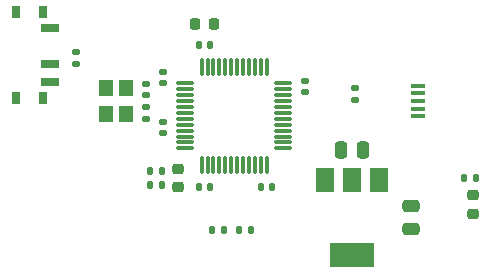
<source format=gbr>
%TF.GenerationSoftware,KiCad,Pcbnew,(6.0.8)*%
%TF.CreationDate,2022-10-24T22:06:31+02:00*%
%TF.ProjectId,stm32,73746d33-322e-46b6-9963-61645f706362,rev?*%
%TF.SameCoordinates,Original*%
%TF.FileFunction,Paste,Top*%
%TF.FilePolarity,Positive*%
%FSLAX46Y46*%
G04 Gerber Fmt 4.6, Leading zero omitted, Abs format (unit mm)*
G04 Created by KiCad (PCBNEW (6.0.8)) date 2022-10-24 22:06:31*
%MOMM*%
%LPD*%
G01*
G04 APERTURE LIST*
G04 Aperture macros list*
%AMRoundRect*
0 Rectangle with rounded corners*
0 $1 Rounding radius*
0 $2 $3 $4 $5 $6 $7 $8 $9 X,Y pos of 4 corners*
0 Add a 4 corners polygon primitive as box body*
4,1,4,$2,$3,$4,$5,$6,$7,$8,$9,$2,$3,0*
0 Add four circle primitives for the rounded corners*
1,1,$1+$1,$2,$3*
1,1,$1+$1,$4,$5*
1,1,$1+$1,$6,$7*
1,1,$1+$1,$8,$9*
0 Add four rect primitives between the rounded corners*
20,1,$1+$1,$2,$3,$4,$5,0*
20,1,$1+$1,$4,$5,$6,$7,0*
20,1,$1+$1,$6,$7,$8,$9,0*
20,1,$1+$1,$8,$9,$2,$3,0*%
G04 Aperture macros list end*
%ADD10RoundRect,0.140000X-0.170000X0.140000X-0.170000X-0.140000X0.170000X-0.140000X0.170000X0.140000X0*%
%ADD11R,0.800000X1.000000*%
%ADD12R,1.500000X0.700000*%
%ADD13RoundRect,0.140000X0.170000X-0.140000X0.170000X0.140000X-0.170000X0.140000X-0.170000X-0.140000X0*%
%ADD14RoundRect,0.250000X0.475000X-0.250000X0.475000X0.250000X-0.475000X0.250000X-0.475000X-0.250000X0*%
%ADD15RoundRect,0.140000X0.140000X0.170000X-0.140000X0.170000X-0.140000X-0.170000X0.140000X-0.170000X0*%
%ADD16R,1.300000X0.450000*%
%ADD17R,1.200000X1.400000*%
%ADD18RoundRect,0.225000X-0.225000X-0.250000X0.225000X-0.250000X0.225000X0.250000X-0.225000X0.250000X0*%
%ADD19RoundRect,0.140000X-0.140000X-0.170000X0.140000X-0.170000X0.140000X0.170000X-0.140000X0.170000X0*%
%ADD20RoundRect,0.135000X-0.185000X0.135000X-0.185000X-0.135000X0.185000X-0.135000X0.185000X0.135000X0*%
%ADD21RoundRect,0.218750X0.256250X-0.218750X0.256250X0.218750X-0.256250X0.218750X-0.256250X-0.218750X0*%
%ADD22RoundRect,0.075000X-0.075000X-0.662500X0.075000X-0.662500X0.075000X0.662500X-0.075000X0.662500X0*%
%ADD23RoundRect,0.075000X-0.662500X-0.075000X0.662500X-0.075000X0.662500X0.075000X-0.662500X0.075000X0*%
%ADD24RoundRect,0.135000X0.135000X0.185000X-0.135000X0.185000X-0.135000X-0.185000X0.135000X-0.185000X0*%
%ADD25RoundRect,0.135000X-0.135000X-0.185000X0.135000X-0.185000X0.135000X0.185000X-0.135000X0.185000X0*%
%ADD26RoundRect,0.218750X-0.256250X0.218750X-0.256250X-0.218750X0.256250X-0.218750X0.256250X0.218750X0*%
%ADD27R,1.500000X2.000000*%
%ADD28R,3.800000X2.000000*%
%ADD29RoundRect,0.250000X-0.250000X-0.475000X0.250000X-0.475000X0.250000X0.475000X-0.250000X0.475000X0*%
G04 APERTURE END LIST*
D10*
%TO.C,C6*%
X153700000Y-94430000D03*
X153700000Y-93470000D03*
%TD*%
D11*
%TO.C,SW1*%
X131480000Y-87650000D03*
X129270000Y-94950000D03*
X129270000Y-87650000D03*
X131480000Y-94950000D03*
D12*
X132130000Y-89050000D03*
X132130000Y-92050000D03*
X132130000Y-93550000D03*
%TD*%
D13*
%TO.C,C8*%
X141700000Y-97930000D03*
X141700000Y-96970000D03*
%TD*%
%TO.C,C4*%
X141700000Y-93680000D03*
X141700000Y-92720000D03*
%TD*%
D14*
%TO.C,C2*%
X162700000Y-106000000D03*
X162700000Y-104100000D03*
%TD*%
D15*
%TO.C,C5*%
X149970000Y-102450000D03*
X150930000Y-102450000D03*
%TD*%
D16*
%TO.C,J2*%
X163295000Y-96500000D03*
X163295000Y-95850000D03*
X163295000Y-95200000D03*
X163295000Y-94550000D03*
X163295000Y-93900000D03*
%TD*%
D17*
%TO.C,Y1*%
X136850000Y-94100000D03*
X136850000Y-96300000D03*
X138550000Y-96300000D03*
X138550000Y-94100000D03*
%TD*%
D15*
%TO.C,C10*%
X141572164Y-102340000D03*
X140612164Y-102340000D03*
%TD*%
D18*
%TO.C,C3*%
X144425000Y-88700000D03*
X145975000Y-88700000D03*
%TD*%
D19*
%TO.C,C11*%
X144720000Y-102450000D03*
X145680000Y-102450000D03*
%TD*%
D13*
%TO.C,C12*%
X140200000Y-94680000D03*
X140200000Y-93720000D03*
%TD*%
D20*
%TO.C,R2*%
X134325000Y-91025000D03*
X134325000Y-92045000D03*
%TD*%
D13*
%TO.C,C13*%
X140200000Y-96680000D03*
X140200000Y-95720000D03*
%TD*%
D21*
%TO.C,FB1*%
X142950000Y-100912500D03*
X142950000Y-102487500D03*
%TD*%
D22*
%TO.C,U2*%
X144950000Y-92287500D03*
X145450000Y-92287500D03*
X145950000Y-92287500D03*
X146450000Y-92287500D03*
X146950000Y-92287500D03*
X147450000Y-92287500D03*
X147950000Y-92287500D03*
X148450000Y-92287500D03*
X148950000Y-92287500D03*
X149450000Y-92287500D03*
X149950000Y-92287500D03*
X150450000Y-92287500D03*
D23*
X151862500Y-93700000D03*
X151862500Y-94200000D03*
X151862500Y-94700000D03*
X151862500Y-95200000D03*
X151862500Y-95700000D03*
X151862500Y-96200000D03*
X151862500Y-96700000D03*
X151862500Y-97200000D03*
X151862500Y-97700000D03*
X151862500Y-98200000D03*
X151862500Y-98700000D03*
X151862500Y-99200000D03*
D22*
X150450000Y-100612500D03*
X149950000Y-100612500D03*
X149450000Y-100612500D03*
X148950000Y-100612500D03*
X148450000Y-100612500D03*
X147950000Y-100612500D03*
X147450000Y-100612500D03*
X146950000Y-100612500D03*
X146450000Y-100612500D03*
X145950000Y-100612500D03*
X145450000Y-100612500D03*
X144950000Y-100612500D03*
D23*
X143537500Y-99200000D03*
X143537500Y-98700000D03*
X143537500Y-98200000D03*
X143537500Y-97700000D03*
X143537500Y-97200000D03*
X143537500Y-96700000D03*
X143537500Y-96200000D03*
X143537500Y-95700000D03*
X143537500Y-95200000D03*
X143537500Y-94700000D03*
X143537500Y-94200000D03*
X143537500Y-93700000D03*
%TD*%
D15*
%TO.C,C9*%
X141572164Y-101090000D03*
X140612164Y-101090000D03*
%TD*%
D24*
%TO.C,R5*%
X148090000Y-106150000D03*
X149110000Y-106150000D03*
%TD*%
D19*
%TO.C,C7*%
X144700000Y-90450000D03*
X145660000Y-90450000D03*
%TD*%
D25*
%TO.C,R1*%
X167140000Y-101712500D03*
X168160000Y-101712500D03*
%TD*%
D26*
%TO.C,D1*%
X167900000Y-103175000D03*
X167900000Y-104750000D03*
%TD*%
D25*
%TO.C,R4*%
X146860000Y-106150000D03*
X145840000Y-106150000D03*
%TD*%
D27*
%TO.C,U1*%
X160000000Y-101900000D03*
D28*
X157700000Y-108200000D03*
D27*
X157700000Y-101900000D03*
X155400000Y-101900000D03*
%TD*%
D20*
%TO.C,R3*%
X157950000Y-94065000D03*
X157950000Y-95085000D03*
%TD*%
D29*
%TO.C,C1*%
X156750000Y-99300000D03*
X158650000Y-99300000D03*
%TD*%
M02*

</source>
